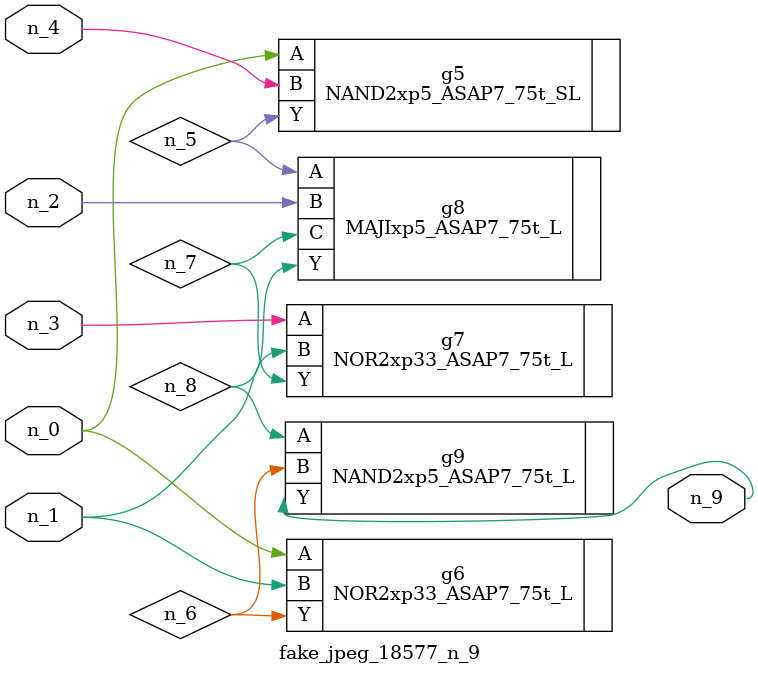
<source format=v>
module fake_jpeg_18577_n_9 (n_3, n_2, n_1, n_0, n_4, n_9);

input n_3;
input n_2;
input n_1;
input n_0;
input n_4;

output n_9;

wire n_8;
wire n_6;
wire n_5;
wire n_7;

NAND2xp5_ASAP7_75t_SL g5 ( 
.A(n_0),
.B(n_4),
.Y(n_5)
);

NOR2xp33_ASAP7_75t_L g6 ( 
.A(n_0),
.B(n_1),
.Y(n_6)
);

NOR2xp33_ASAP7_75t_L g7 ( 
.A(n_3),
.B(n_1),
.Y(n_7)
);

MAJIxp5_ASAP7_75t_L g8 ( 
.A(n_5),
.B(n_2),
.C(n_7),
.Y(n_8)
);

NAND2xp5_ASAP7_75t_L g9 ( 
.A(n_8),
.B(n_6),
.Y(n_9)
);


endmodule
</source>
